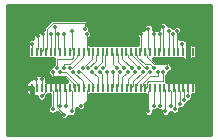
<source format=gbl>
G75*
%MOIN*%
%OFA0B0*%
%FSLAX25Y25*%
%IPPOS*%
%LPD*%
%AMOC8*
5,1,8,0,0,1.08239X$1,22.5*
%
%ADD10R,0.00787X0.02756*%
%ADD11C,0.01600*%
%ADD12C,0.01400*%
%ADD13C,0.00300*%
D10*
X0013257Y0020025D03*
X0014831Y0020025D03*
X0016406Y0020025D03*
X0017981Y0020025D03*
X0019556Y0020025D03*
X0021131Y0020025D03*
X0022706Y0020025D03*
X0024280Y0020025D03*
X0025855Y0020025D03*
X0027430Y0020025D03*
X0029005Y0020025D03*
X0030580Y0020025D03*
X0032154Y0020025D03*
X0033729Y0020025D03*
X0035304Y0020025D03*
X0036879Y0020025D03*
X0038454Y0020025D03*
X0040028Y0020025D03*
X0041603Y0020025D03*
X0043178Y0020025D03*
X0044753Y0020025D03*
X0046328Y0020025D03*
X0047902Y0020025D03*
X0049477Y0020025D03*
X0051052Y0020025D03*
X0052627Y0020025D03*
X0054202Y0020025D03*
X0055776Y0020025D03*
X0057351Y0020025D03*
X0058926Y0020025D03*
X0060501Y0020025D03*
X0062076Y0020025D03*
X0063650Y0020025D03*
X0065225Y0020025D03*
X0066800Y0020025D03*
X0066800Y0032151D03*
X0065146Y0032151D03*
X0063572Y0032151D03*
X0061997Y0032151D03*
X0060422Y0032151D03*
X0058847Y0032151D03*
X0057272Y0032151D03*
X0055698Y0032151D03*
X0054123Y0032151D03*
X0052548Y0032151D03*
X0050973Y0032151D03*
X0049398Y0032151D03*
X0047824Y0032151D03*
X0046249Y0032151D03*
X0044674Y0032151D03*
X0043099Y0032151D03*
X0041524Y0032151D03*
X0039950Y0032151D03*
X0038375Y0032151D03*
X0036800Y0032151D03*
X0035225Y0032151D03*
X0033650Y0032151D03*
X0032076Y0032151D03*
X0030501Y0032151D03*
X0028926Y0032151D03*
X0027351Y0032151D03*
X0025776Y0032151D03*
X0024202Y0032151D03*
X0022627Y0032151D03*
X0021052Y0032151D03*
X0019477Y0032151D03*
X0017902Y0032151D03*
X0016328Y0032151D03*
X0014753Y0032151D03*
X0013178Y0032151D03*
D11*
X0005100Y0047461D02*
X0005100Y0004600D01*
X0072701Y0004600D01*
X0072701Y0047461D01*
X0005100Y0047461D01*
X0005100Y0046417D02*
X0072701Y0046417D01*
X0072701Y0044818D02*
X0005100Y0044818D01*
X0005100Y0043220D02*
X0072701Y0043220D01*
X0072701Y0041621D02*
X0058399Y0041621D01*
X0058850Y0041171D02*
X0057796Y0042225D01*
X0056304Y0042225D01*
X0055250Y0041171D01*
X0055250Y0039725D01*
X0055054Y0039725D01*
X0054862Y0039533D01*
X0054671Y0039725D01*
X0053850Y0039725D01*
X0053850Y0040546D01*
X0052796Y0041600D01*
X0051304Y0041600D01*
X0050250Y0040546D01*
X0050250Y0039725D01*
X0048804Y0039725D01*
X0047750Y0038671D01*
X0047750Y0037179D01*
X0048300Y0036629D01*
X0048300Y0034629D01*
X0032675Y0034629D01*
X0032675Y0036629D01*
X0033225Y0037179D01*
X0033225Y0038671D01*
X0032600Y0039296D01*
X0032600Y0040546D01*
X0032050Y0041096D01*
X0032050Y0042193D01*
X0031318Y0042925D01*
X0019657Y0042925D01*
X0018925Y0042193D01*
X0017050Y0040318D01*
X0017050Y0039725D01*
X0016304Y0039725D01*
X0015679Y0039100D01*
X0014429Y0039100D01*
X0013375Y0038046D01*
X0013375Y0036600D01*
X0012554Y0036600D01*
X0011500Y0035546D01*
X0011500Y0034054D01*
X0011684Y0033870D01*
X0011684Y0030317D01*
X0012329Y0029673D01*
X0020175Y0029673D01*
X0020175Y0027971D01*
X0019625Y0027421D01*
X0019625Y0027225D01*
X0019429Y0027225D01*
X0018375Y0026171D01*
X0018375Y0024679D01*
X0018925Y0024129D01*
X0018925Y0023657D01*
X0019657Y0022925D01*
X0024032Y0022925D01*
X0024454Y0022503D01*
X0018225Y0022503D01*
X0018225Y0023671D01*
X0017171Y0024725D01*
X0015679Y0024725D01*
X0015487Y0024533D01*
X0015296Y0024725D01*
X0013804Y0024725D01*
X0012750Y0023671D01*
X0012750Y0023203D01*
X0012626Y0023203D01*
X0012168Y0023080D01*
X0011758Y0022843D01*
X0011423Y0022508D01*
X0011186Y0022098D01*
X0011063Y0021640D01*
X0011063Y0020025D01*
X0013257Y0020025D01*
X0013257Y0016847D01*
X0013887Y0016847D01*
X0014345Y0016970D01*
X0014625Y0017131D01*
X0014625Y0016554D01*
X0015679Y0015500D01*
X0017171Y0015500D01*
X0018225Y0016554D01*
X0018225Y0017332D01*
X0018440Y0017547D01*
X0018925Y0017547D01*
X0018925Y0014221D01*
X0018375Y0013671D01*
X0018375Y0012179D01*
X0019429Y0011125D01*
X0020921Y0011125D01*
X0021501Y0011706D01*
X0022125Y0011082D01*
X0022125Y0010304D01*
X0023179Y0009250D01*
X0024671Y0009250D01*
X0025725Y0010304D01*
X0025725Y0010500D01*
X0027171Y0010500D01*
X0028225Y0011554D01*
X0028225Y0012954D01*
X0028804Y0012375D01*
X0030296Y0012375D01*
X0031350Y0013429D01*
X0031350Y0014207D01*
X0032675Y0015532D01*
X0032675Y0017547D01*
X0050800Y0017547D01*
X0050800Y0013596D01*
X0050250Y0013046D01*
X0050250Y0011554D01*
X0051304Y0010500D01*
X0052796Y0010500D01*
X0053850Y0011554D01*
X0053850Y0012375D01*
X0054671Y0012375D01*
X0054862Y0012567D01*
X0055054Y0012375D01*
X0055875Y0012375D01*
X0055875Y0011554D01*
X0056929Y0010500D01*
X0058421Y0010500D01*
X0059475Y0011554D01*
X0059475Y0011704D01*
X0060054Y0011125D01*
X0061546Y0011125D01*
X0062600Y0012179D01*
X0062600Y0013000D01*
X0063421Y0013000D01*
X0064475Y0014054D01*
X0064475Y0014250D01*
X0064671Y0014250D01*
X0065725Y0015304D01*
X0065725Y0015500D01*
X0065921Y0015500D01*
X0066975Y0016554D01*
X0066975Y0017547D01*
X0067649Y0017547D01*
X0068294Y0018191D01*
X0068294Y0021859D01*
X0067649Y0022503D01*
X0058300Y0022503D01*
X0058300Y0024129D01*
X0058850Y0024679D01*
X0058850Y0024875D01*
X0059046Y0024875D01*
X0060100Y0025929D01*
X0060100Y0027421D01*
X0059550Y0027971D01*
X0059550Y0028443D01*
X0058818Y0029175D01*
X0054443Y0029175D01*
X0053945Y0029673D01*
X0063309Y0029673D01*
X0063312Y0029668D01*
X0063648Y0029333D01*
X0064058Y0029096D01*
X0064516Y0028973D01*
X0065146Y0028973D01*
X0065146Y0032151D01*
X0065146Y0035329D01*
X0065100Y0035329D01*
X0065100Y0035546D01*
X0064046Y0036600D01*
X0062675Y0036600D01*
X0062675Y0037879D01*
X0063225Y0038429D01*
X0063225Y0039921D01*
X0062171Y0040975D01*
X0060679Y0040975D01*
X0060175Y0040471D01*
X0059671Y0040975D01*
X0058850Y0040975D01*
X0058850Y0041171D01*
X0055701Y0041621D02*
X0032050Y0041621D01*
X0032600Y0040023D02*
X0050250Y0040023D01*
X0047750Y0038424D02*
X0033225Y0038424D01*
X0032871Y0036826D02*
X0048104Y0036826D01*
X0048300Y0035227D02*
X0032675Y0035227D01*
X0020175Y0028833D02*
X0005100Y0028833D01*
X0005100Y0027235D02*
X0019625Y0027235D01*
X0018375Y0025636D02*
X0005100Y0025636D01*
X0005100Y0024038D02*
X0013117Y0024038D01*
X0011383Y0022439D02*
X0005100Y0022439D01*
X0005100Y0020841D02*
X0011063Y0020841D01*
X0011063Y0020025D02*
X0011063Y0018410D01*
X0011186Y0017952D01*
X0011423Y0017542D01*
X0011758Y0017207D01*
X0012168Y0016970D01*
X0012626Y0016847D01*
X0013257Y0016847D01*
X0013257Y0020025D01*
X0013257Y0020025D01*
X0011063Y0020025D01*
X0011063Y0019242D02*
X0005100Y0019242D01*
X0005100Y0017644D02*
X0011364Y0017644D01*
X0013257Y0017644D02*
X0013257Y0017644D01*
X0013257Y0019242D02*
X0013257Y0019242D01*
X0013257Y0020025D02*
X0013257Y0020025D01*
X0017858Y0024038D02*
X0018925Y0024038D01*
X0011684Y0030432D02*
X0005100Y0030432D01*
X0005100Y0032030D02*
X0011684Y0032030D01*
X0011684Y0033629D02*
X0005100Y0033629D01*
X0005100Y0035227D02*
X0011500Y0035227D01*
X0013375Y0036826D02*
X0005100Y0036826D01*
X0005100Y0038424D02*
X0013754Y0038424D01*
X0017050Y0040023D02*
X0005100Y0040023D01*
X0005100Y0041621D02*
X0018354Y0041621D01*
X0053850Y0040023D02*
X0055250Y0040023D01*
X0062675Y0036826D02*
X0072701Y0036826D01*
X0072701Y0038424D02*
X0063220Y0038424D01*
X0063123Y0040023D02*
X0072701Y0040023D01*
X0066235Y0035206D02*
X0065777Y0035329D01*
X0065147Y0035329D01*
X0065147Y0032151D01*
X0065146Y0032151D01*
X0065147Y0032151D01*
X0065147Y0028973D01*
X0065777Y0028973D01*
X0066235Y0029096D01*
X0066645Y0029333D01*
X0066981Y0029668D01*
X0066984Y0029673D01*
X0067649Y0029673D01*
X0068294Y0030317D01*
X0068294Y0033985D01*
X0067649Y0034629D01*
X0066984Y0034629D01*
X0066981Y0034634D01*
X0066645Y0034969D01*
X0066235Y0035206D01*
X0066156Y0035227D02*
X0072701Y0035227D01*
X0072701Y0033629D02*
X0068294Y0033629D01*
X0068294Y0032030D02*
X0072701Y0032030D01*
X0072701Y0030432D02*
X0068294Y0030432D01*
X0065147Y0030432D02*
X0065146Y0030432D01*
X0065146Y0032030D02*
X0065147Y0032030D01*
X0065146Y0033629D02*
X0065147Y0033629D01*
X0065146Y0035227D02*
X0065147Y0035227D01*
X0059159Y0028833D02*
X0072701Y0028833D01*
X0072701Y0027235D02*
X0060100Y0027235D01*
X0059807Y0025636D02*
X0072701Y0025636D01*
X0072701Y0024038D02*
X0058300Y0024038D01*
X0067713Y0022439D02*
X0072701Y0022439D01*
X0072701Y0020841D02*
X0068294Y0020841D01*
X0068294Y0019242D02*
X0072701Y0019242D01*
X0072701Y0017644D02*
X0067746Y0017644D01*
X0066466Y0016045D02*
X0072701Y0016045D01*
X0072701Y0014447D02*
X0064867Y0014447D01*
X0062600Y0012848D02*
X0072701Y0012848D01*
X0072701Y0011250D02*
X0061670Y0011250D01*
X0059930Y0011250D02*
X0059170Y0011250D01*
X0056180Y0011250D02*
X0053545Y0011250D01*
X0050555Y0011250D02*
X0027920Y0011250D01*
X0028225Y0012848D02*
X0028331Y0012848D01*
X0030769Y0012848D02*
X0050250Y0012848D01*
X0050800Y0014447D02*
X0031589Y0014447D01*
X0032675Y0016045D02*
X0050800Y0016045D01*
X0072701Y0009651D02*
X0025072Y0009651D01*
X0022778Y0009651D02*
X0005100Y0009651D01*
X0005100Y0008053D02*
X0072701Y0008053D01*
X0072701Y0006454D02*
X0005100Y0006454D01*
X0005100Y0004856D02*
X0072701Y0004856D01*
X0021958Y0011250D02*
X0021045Y0011250D01*
X0019305Y0011250D02*
X0005100Y0011250D01*
X0005100Y0012848D02*
X0018375Y0012848D01*
X0018925Y0014447D02*
X0005100Y0014447D01*
X0005100Y0016045D02*
X0015134Y0016045D01*
X0017716Y0016045D02*
X0018925Y0016045D01*
D12*
X0016425Y0017300D03*
X0018300Y0014175D03*
X0020175Y0012925D03*
X0022675Y0014175D03*
X0024550Y0014175D03*
X0026425Y0012300D03*
X0023925Y0011050D03*
X0029550Y0014175D03*
X0016425Y0022925D03*
X0014550Y0022925D03*
X0018925Y0026675D03*
X0020175Y0025425D03*
X0021425Y0026675D03*
X0022675Y0025425D03*
X0023925Y0026675D03*
X0025800Y0026675D03*
X0027050Y0025425D03*
X0028925Y0025425D03*
X0030175Y0026675D03*
X0032050Y0026675D03*
X0033300Y0025425D03*
X0034550Y0026675D03*
X0035800Y0025425D03*
X0037050Y0026675D03*
X0038300Y0025425D03*
X0040175Y0025425D03*
X0041425Y0026675D03*
X0042675Y0025425D03*
X0043925Y0026675D03*
X0045175Y0025425D03*
X0046425Y0026675D03*
X0047675Y0025425D03*
X0048925Y0026675D03*
X0050175Y0025425D03*
X0051425Y0026675D03*
X0052675Y0025425D03*
X0053925Y0026675D03*
X0055175Y0025425D03*
X0057050Y0025425D03*
X0058300Y0026675D03*
X0060175Y0025425D03*
X0065175Y0017300D03*
X0063925Y0016050D03*
X0062675Y0014800D03*
X0060800Y0012925D03*
X0059550Y0014175D03*
X0057675Y0012300D03*
X0055800Y0014175D03*
X0053925Y0014175D03*
X0052050Y0012300D03*
X0063300Y0034800D03*
X0060175Y0037925D03*
X0058925Y0039175D03*
X0057050Y0040425D03*
X0055800Y0037925D03*
X0053925Y0037925D03*
X0052050Y0039800D03*
X0049550Y0037925D03*
X0061425Y0039175D03*
X0031425Y0037925D03*
X0030800Y0039800D03*
X0026425Y0039175D03*
X0023925Y0037925D03*
X0022050Y0037925D03*
X0019550Y0037925D03*
X0017050Y0037925D03*
X0015175Y0037300D03*
X0013300Y0034800D03*
X0020800Y0040425D03*
D13*
X0020800Y0032300D01*
X0021052Y0032151D01*
X0022050Y0032925D02*
X0022050Y0037925D01*
X0023925Y0037925D02*
X0023925Y0032300D01*
X0024202Y0032151D01*
X0022675Y0032300D02*
X0022627Y0032151D01*
X0022675Y0032300D02*
X0022050Y0032925D01*
X0019550Y0032300D02*
X0019477Y0032151D01*
X0019550Y0032300D02*
X0019550Y0037925D01*
X0018300Y0039800D02*
X0020175Y0041675D01*
X0030800Y0041675D01*
X0030800Y0039800D01*
X0031425Y0037925D02*
X0031425Y0032925D01*
X0032050Y0032300D01*
X0032076Y0032151D01*
X0033300Y0031675D02*
X0033650Y0032151D01*
X0033300Y0031675D02*
X0033300Y0029800D01*
X0030175Y0026675D01*
X0029550Y0025425D02*
X0028925Y0025425D01*
X0029550Y0025425D02*
X0033300Y0021675D01*
X0033300Y0021050D01*
X0033925Y0020425D01*
X0033729Y0020025D01*
X0035175Y0020425D02*
X0035304Y0020025D01*
X0035175Y0020425D02*
X0035175Y0023550D01*
X0033300Y0025425D01*
X0032050Y0026675D02*
X0034550Y0029175D01*
X0034550Y0031050D01*
X0035175Y0031675D01*
X0035225Y0032151D01*
X0036425Y0031675D02*
X0036800Y0032151D01*
X0036425Y0031675D02*
X0036425Y0028550D01*
X0034550Y0026675D01*
X0035800Y0025425D02*
X0036425Y0024800D01*
X0036425Y0021050D01*
X0037050Y0020425D01*
X0036879Y0020025D01*
X0038300Y0020425D02*
X0038454Y0020025D01*
X0038300Y0020425D02*
X0038300Y0025425D01*
X0037050Y0026675D02*
X0037675Y0027300D01*
X0037675Y0031050D01*
X0038300Y0031675D01*
X0038375Y0032151D01*
X0039950Y0032151D02*
X0040175Y0031675D01*
X0040175Y0027925D01*
X0041425Y0026675D01*
X0040175Y0025425D02*
X0040175Y0020425D01*
X0040028Y0020025D01*
X0041425Y0020425D02*
X0041603Y0020025D01*
X0041425Y0020425D02*
X0042050Y0021050D01*
X0042050Y0024800D01*
X0042675Y0025425D01*
X0043925Y0026675D02*
X0042050Y0028550D01*
X0042050Y0031050D01*
X0041425Y0031675D01*
X0041524Y0032151D01*
X0043099Y0032151D02*
X0043300Y0031675D01*
X0043300Y0029800D01*
X0046425Y0026675D01*
X0045175Y0025425D02*
X0043300Y0023550D01*
X0043300Y0020425D01*
X0043178Y0020025D01*
X0044550Y0020425D02*
X0044753Y0020025D01*
X0044550Y0020425D02*
X0045175Y0021050D01*
X0045175Y0022925D01*
X0047675Y0025425D01*
X0048925Y0026675D02*
X0045175Y0030425D01*
X0045175Y0031050D01*
X0044550Y0031675D01*
X0044674Y0032151D01*
X0046249Y0032151D02*
X0046425Y0031675D01*
X0046425Y0031050D01*
X0050800Y0026675D01*
X0051425Y0026675D01*
X0052050Y0025425D02*
X0052675Y0025425D01*
X0052050Y0025425D02*
X0048300Y0021675D01*
X0048300Y0021050D01*
X0047675Y0020425D01*
X0047902Y0020025D01*
X0047050Y0021050D02*
X0047050Y0022300D01*
X0050175Y0025425D01*
X0052675Y0024175D02*
X0055175Y0024175D01*
X0055175Y0025425D01*
X0053925Y0026675D02*
X0052675Y0027925D01*
X0050800Y0027925D01*
X0048300Y0030425D01*
X0048300Y0031050D01*
X0047675Y0031675D01*
X0047824Y0032151D01*
X0049398Y0032151D02*
X0049550Y0032300D01*
X0049550Y0037925D01*
X0052050Y0039800D02*
X0052050Y0032925D01*
X0052675Y0032300D01*
X0052548Y0032151D01*
X0053925Y0032300D02*
X0054123Y0032151D01*
X0053925Y0032300D02*
X0053925Y0037925D01*
X0055800Y0037925D02*
X0055800Y0032300D01*
X0055698Y0032151D01*
X0057050Y0032300D02*
X0057272Y0032151D01*
X0057050Y0032300D02*
X0057050Y0040425D01*
X0058925Y0039175D02*
X0058925Y0032300D01*
X0058847Y0032151D01*
X0060175Y0032300D02*
X0060422Y0032151D01*
X0060175Y0032300D02*
X0060175Y0037925D01*
X0061425Y0039175D02*
X0061425Y0032925D01*
X0062050Y0032300D01*
X0061997Y0032151D01*
X0063300Y0032300D02*
X0063572Y0032151D01*
X0063300Y0032300D02*
X0063300Y0034800D01*
X0058300Y0027925D02*
X0053925Y0027925D01*
X0051425Y0030425D01*
X0051425Y0031050D01*
X0050800Y0031675D01*
X0050973Y0032151D01*
X0058300Y0027925D02*
X0058300Y0026675D01*
X0057050Y0025425D02*
X0057050Y0022300D01*
X0052050Y0022300D01*
X0051425Y0021675D01*
X0051425Y0020425D01*
X0051052Y0020025D01*
X0052050Y0019175D02*
X0052050Y0012300D01*
X0053925Y0014175D02*
X0053925Y0019800D01*
X0054202Y0020025D01*
X0052675Y0019800D02*
X0052050Y0019175D01*
X0052675Y0019800D02*
X0052627Y0020025D01*
X0050175Y0021050D02*
X0050175Y0021675D01*
X0052675Y0024175D01*
X0050175Y0021050D02*
X0049550Y0020425D01*
X0049477Y0020025D01*
X0047050Y0021050D02*
X0046425Y0020425D01*
X0046328Y0020025D01*
X0055776Y0020025D02*
X0055800Y0019800D01*
X0055800Y0014175D01*
X0057675Y0012300D02*
X0057675Y0019800D01*
X0057351Y0020025D01*
X0058926Y0020025D02*
X0058925Y0019800D01*
X0059550Y0019175D01*
X0059550Y0014175D01*
X0060800Y0012925D02*
X0060800Y0019800D01*
X0060501Y0020025D01*
X0062050Y0019800D02*
X0062076Y0020025D01*
X0062050Y0019800D02*
X0062675Y0019175D01*
X0062675Y0014800D01*
X0063925Y0016050D02*
X0063925Y0019800D01*
X0063650Y0020025D01*
X0065175Y0019800D02*
X0065225Y0020025D01*
X0065175Y0019800D02*
X0065175Y0017300D01*
X0032154Y0020025D02*
X0032050Y0019800D01*
X0031425Y0019175D01*
X0031425Y0016050D01*
X0029550Y0014175D01*
X0026425Y0012300D02*
X0026425Y0019175D01*
X0025800Y0019800D01*
X0025855Y0020025D01*
X0027050Y0020425D02*
X0027430Y0020025D01*
X0027050Y0020425D02*
X0027050Y0021675D01*
X0024550Y0024175D01*
X0020175Y0024175D01*
X0020175Y0025425D01*
X0021425Y0026675D02*
X0021425Y0029800D01*
X0026425Y0029800D01*
X0027050Y0030425D01*
X0027050Y0031675D01*
X0027351Y0032151D01*
X0026425Y0032925D02*
X0026425Y0039175D01*
X0018300Y0039800D02*
X0018300Y0032925D01*
X0017675Y0032300D01*
X0017902Y0032151D01*
X0017050Y0032925D02*
X0016425Y0032300D01*
X0016328Y0032151D01*
X0017050Y0032925D02*
X0017050Y0037925D01*
X0015175Y0037300D02*
X0015175Y0032925D01*
X0014550Y0032300D01*
X0014753Y0032151D01*
X0013300Y0032300D02*
X0013178Y0032151D01*
X0013300Y0032300D02*
X0013300Y0034800D01*
X0023925Y0027925D02*
X0023925Y0026675D01*
X0024550Y0025425D02*
X0022675Y0025425D01*
X0024550Y0025425D02*
X0028300Y0021675D01*
X0028300Y0021050D01*
X0028925Y0020425D01*
X0029005Y0020025D01*
X0030175Y0021050D02*
X0030175Y0022300D01*
X0027050Y0025425D01*
X0026425Y0026675D02*
X0025800Y0026675D01*
X0026425Y0026675D02*
X0030175Y0030425D01*
X0030175Y0031675D01*
X0030501Y0032151D01*
X0028926Y0032151D02*
X0028925Y0031675D01*
X0028300Y0031050D01*
X0028300Y0030425D01*
X0025800Y0027925D01*
X0023925Y0027925D01*
X0025776Y0032151D02*
X0025800Y0032300D01*
X0026425Y0032925D01*
X0016425Y0022925D02*
X0016425Y0020425D01*
X0016406Y0020025D01*
X0017675Y0019800D02*
X0017981Y0020025D01*
X0017675Y0019800D02*
X0017675Y0018550D01*
X0016425Y0017300D01*
X0019550Y0019800D02*
X0020175Y0019175D01*
X0020175Y0012925D01*
X0021425Y0013550D02*
X0023925Y0011050D01*
X0021425Y0013550D02*
X0021425Y0019800D01*
X0021131Y0020025D01*
X0022675Y0019800D02*
X0022706Y0020025D01*
X0022675Y0019800D02*
X0022675Y0014175D01*
X0024550Y0014175D02*
X0024550Y0019800D01*
X0024280Y0020025D01*
X0019556Y0020025D02*
X0019550Y0019800D01*
X0014831Y0020025D02*
X0014550Y0020425D01*
X0014550Y0022925D01*
X0030175Y0021050D02*
X0030800Y0020425D01*
X0030580Y0020025D01*
M02*

</source>
